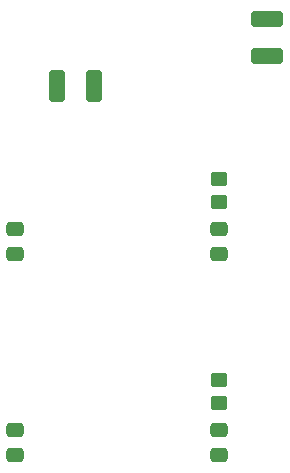
<source format=gbr>
%TF.GenerationSoftware,KiCad,Pcbnew,(6.0.1)*%
%TF.CreationDate,2022-08-15T16:30:33+03:00*%
%TF.ProjectId,Measure,4d656173-7572-4652-9e6b-696361645f70,rev?*%
%TF.SameCoordinates,Original*%
%TF.FileFunction,Paste,Bot*%
%TF.FilePolarity,Positive*%
%FSLAX46Y46*%
G04 Gerber Fmt 4.6, Leading zero omitted, Abs format (unit mm)*
G04 Created by KiCad (PCBNEW (6.0.1)) date 2022-08-15 16:30:33*
%MOMM*%
%LPD*%
G01*
G04 APERTURE LIST*
G04 Aperture macros list*
%AMRoundRect*
0 Rectangle with rounded corners*
0 $1 Rounding radius*
0 $2 $3 $4 $5 $6 $7 $8 $9 X,Y pos of 4 corners*
0 Add a 4 corners polygon primitive as box body*
4,1,4,$2,$3,$4,$5,$6,$7,$8,$9,$2,$3,0*
0 Add four circle primitives for the rounded corners*
1,1,$1+$1,$2,$3*
1,1,$1+$1,$4,$5*
1,1,$1+$1,$6,$7*
1,1,$1+$1,$8,$9*
0 Add four rect primitives between the rounded corners*
20,1,$1+$1,$2,$3,$4,$5,0*
20,1,$1+$1,$4,$5,$6,$7,0*
20,1,$1+$1,$6,$7,$8,$9,0*
20,1,$1+$1,$8,$9,$2,$3,0*%
G04 Aperture macros list end*
%ADD10RoundRect,0.250000X-0.475000X0.337500X-0.475000X-0.337500X0.475000X-0.337500X0.475000X0.337500X0*%
%ADD11RoundRect,0.250000X-1.100000X0.412500X-1.100000X-0.412500X1.100000X-0.412500X1.100000X0.412500X0*%
%ADD12RoundRect,0.250000X0.450000X-0.350000X0.450000X0.350000X-0.450000X0.350000X-0.450000X-0.350000X0*%
%ADD13RoundRect,0.250000X0.412500X1.100000X-0.412500X1.100000X-0.412500X-1.100000X0.412500X-1.100000X0*%
G04 APERTURE END LIST*
D10*
%TO.C,C10*%
X170434000Y-100562500D03*
X170434000Y-102637500D03*
%TD*%
D11*
%TO.C,C1*%
X174498000Y-65747500D03*
X174498000Y-68872500D03*
%TD*%
D12*
%TO.C,R5*%
X170434000Y-98282000D03*
X170434000Y-96282000D03*
%TD*%
D10*
%TO.C,C2*%
X153162000Y-83544500D03*
X153162000Y-85619500D03*
%TD*%
%TO.C,C13*%
X153162000Y-100562500D03*
X153162000Y-102637500D03*
%TD*%
D13*
%TO.C,C20*%
X159804500Y-71374000D03*
X156679500Y-71374000D03*
%TD*%
D12*
%TO.C,R9*%
X170434000Y-81264000D03*
X170434000Y-79264000D03*
%TD*%
D10*
%TO.C,C19*%
X170434000Y-83544500D03*
X170434000Y-85619500D03*
%TD*%
M02*

</source>
